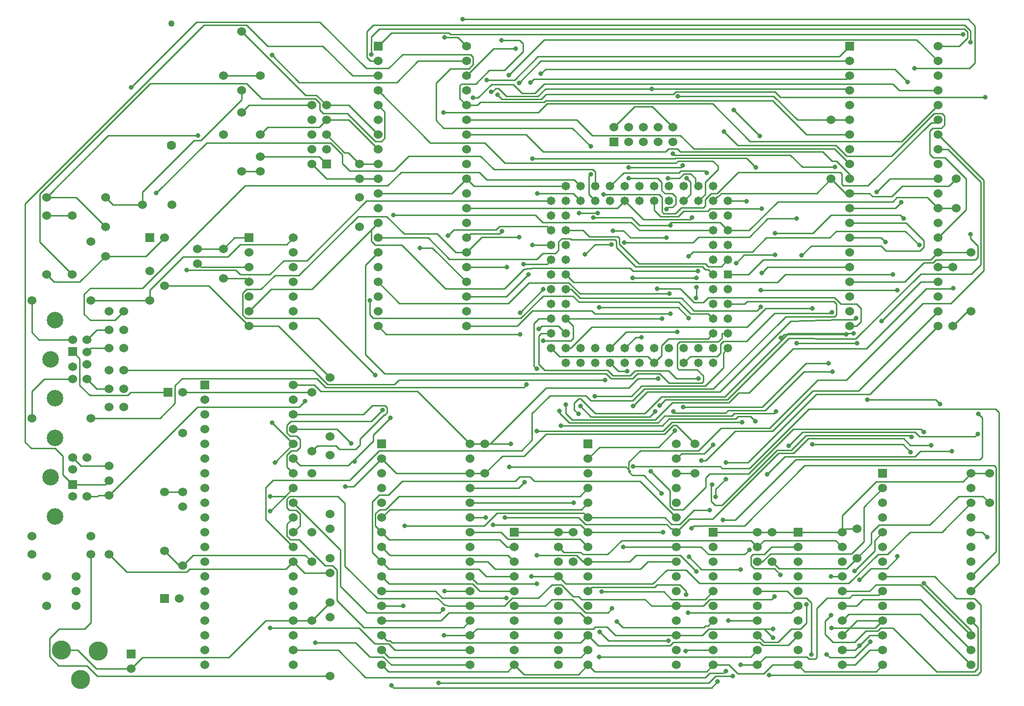
<source format=gbl>
%FSLAX24Y24*%
%MOIN*%
G70*
G01*
G75*
G04 Layer_Physical_Order=2*
G04 Layer_Color=16711680*
%ADD10R,0.0591X0.0276*%
%ADD11R,0.1102X0.0591*%
%ADD12R,0.0591X0.0394*%
%ADD13C,0.0100*%
%ADD14C,0.0433*%
%ADD15C,0.0630*%
%ADD16R,0.0580X0.0580*%
%ADD17C,0.0580*%
%ADD18C,0.0600*%
%ADD19R,0.0600X0.0600*%
%ADD20C,0.1102*%
%ADD21C,0.1299*%
%ADD22R,0.0600X0.0600*%
%ADD23C,0.0315*%
%ADD24C,0.1120*%
D13*
X41255Y14885D02*
X41300Y14840D01*
X41515Y14625D01*
X41071Y15205D02*
X41255Y15021D01*
X41368Y14907D01*
X41255Y15021D02*
Y15515D01*
Y14885D02*
Y15021D01*
X41300Y14840D02*
X41368Y14907D01*
X61775Y38575D02*
X62250D01*
X42835Y40875D02*
X56125D01*
X35615D02*
X42835D01*
X23795Y30515D02*
Y31295D01*
X24250Y31750D01*
X19755Y27255D02*
X23795Y31295D01*
X22495Y15545D02*
X22655D01*
X22575Y15625D02*
X23925Y16975D01*
X22495Y15545D02*
X22575Y15625D01*
X22235Y15285D02*
X22495Y15545D01*
X16935Y13205D02*
X17955D01*
X18500Y13750D01*
X16935Y12185D02*
X17955Y13205D01*
X50450Y4205D02*
X51050D01*
X46700D02*
X50450D01*
X51050Y3605D01*
X44075Y31795D02*
X47455D01*
X56025Y24245D02*
X56525D01*
X52087D02*
X56025D01*
X52036Y24195D02*
X56025D01*
X51835D02*
X52036D01*
X52087Y24245D01*
X51706Y23864D02*
X52036Y24195D01*
X47804Y19962D02*
X51706Y23864D01*
X31840Y16750D02*
X35645Y20555D01*
X31840Y16750D02*
X33270D01*
X31500D02*
X31840D01*
X30500D02*
X31500D01*
X56255Y4255D02*
X56750Y4750D01*
X55750Y3750D02*
X56255Y4255D01*
X58005D01*
X55032D02*
X56255D01*
X56925Y3050D02*
X57625Y3750D01*
X56625Y2750D02*
X56925Y3050D01*
X24500Y5750D02*
X25960D01*
X58990Y34750D02*
X62250D01*
X58105Y33865D02*
X58990Y34750D01*
X49125Y9245D02*
X49445Y9565D01*
X46675Y9245D02*
X49125D01*
X46170Y9750D02*
X46675Y9245D01*
X44500Y9750D02*
X46170D01*
X33500Y5750D02*
X35590D01*
X36045Y6205D01*
X37409D01*
X38319Y5295D01*
X39845D01*
X40135Y5585D01*
X40905Y9750D02*
X44500D01*
X24500Y6750D02*
X28150D01*
X28605Y6295D01*
X32935D01*
X32945Y6305D01*
X44500Y10750D02*
X45402Y11652D01*
X46943D01*
X51418Y16127D01*
X52467D01*
X53468Y17129D01*
X59914D01*
X60370Y16673D01*
X61802D01*
X31150Y6750D02*
X33500D01*
X30645Y7255D02*
X31150Y6750D01*
X24995Y7255D02*
X30645D01*
X24500Y7750D02*
X24995Y7255D01*
X62250Y36750D02*
X62937D01*
X65150Y34537D01*
Y28910D02*
Y34537D01*
X64535Y28295D02*
X65150Y28910D01*
X61075Y28295D02*
X64535D01*
X56665Y23885D02*
X61075Y28295D01*
X55712Y23885D02*
X56665D01*
X52120Y23935D02*
X55712Y23885D01*
X47947Y19762D02*
X52120Y23935D01*
X43745Y19762D02*
X47947D01*
X43355Y19372D02*
X43745Y19762D01*
X42013Y14237D02*
X44500Y11750D01*
X34868Y14237D02*
X42013D01*
X34572Y14533D02*
X34868Y14237D01*
X33848Y14533D02*
X34572D01*
X33552Y14237D02*
X33848Y14533D01*
X25892Y14237D02*
X33552D01*
X24955Y13300D02*
X25892Y14237D01*
X24315Y13300D02*
X24955D01*
X23850Y12835D02*
X24315Y13300D01*
X23850Y9400D02*
Y12835D01*
Y9400D02*
X24500Y8750D01*
X31600Y7750D02*
X33500D01*
X31095Y8255D02*
X31600Y7750D01*
X24995Y8255D02*
X31095D01*
X24500Y8750D02*
X24995Y8255D01*
X33155Y15205D02*
X41071D01*
X41300Y14840D02*
X41515Y14625D01*
X42275D02*
X43495Y13405D01*
X62250Y37750D02*
X65355Y34645D01*
Y28535D02*
Y34645D01*
X63120Y26300D02*
X65355Y28535D01*
X61213Y26300D02*
X63120D01*
X56018Y21105D02*
X61213Y26300D01*
X54094Y21105D02*
X56018D01*
X50824Y17835D02*
X54094Y21105D01*
X47520Y17835D02*
X50824D01*
X45985Y16300D02*
X47520Y17835D01*
X42040Y16300D02*
X45985D01*
X41255Y15515D02*
X42040Y16300D01*
X41515Y14625D02*
X42275D01*
X33045Y9205D02*
X33500Y8750D01*
X25045Y9205D02*
X33045D01*
X24500Y9750D02*
X25045Y9205D01*
X62250Y38575D02*
Y38750D01*
X57495Y34295D02*
X61775Y38575D01*
X55815Y34295D02*
X57495D01*
X55715Y34395D02*
X55815Y34295D01*
X55715Y34395D02*
Y35105D01*
X55615Y35205D02*
X55715Y35105D01*
X48685Y35205D02*
X55615D01*
X47255Y33775D02*
X48685Y35205D01*
X46865Y33775D02*
X47255D01*
X46445Y33355D02*
X46865Y33775D01*
X46445Y32915D02*
Y33355D01*
X46335Y32805D02*
X46445Y32915D01*
X44835Y32805D02*
X46335D01*
X44425Y32395D02*
X44835Y32805D01*
X43637Y32395D02*
X44425D01*
X43517Y32515D02*
X43637Y32395D01*
X43517Y32515D02*
Y33492D01*
X43315Y33695D02*
X43517Y33492D01*
X39555Y33695D02*
X43315D01*
X24500Y10750D02*
X25005Y10245D01*
X32500D01*
X32995Y9750D01*
X33500D01*
X37955Y13205D02*
X38500Y13750D01*
X25645Y13205D02*
X37955D01*
X24740Y12300D02*
X25645Y13205D01*
X24340Y12300D02*
X24740D01*
X24050Y12010D02*
X24340Y12300D01*
X24050Y11200D02*
Y12010D01*
Y11200D02*
X24500Y10750D01*
X59795Y37295D02*
X62250Y39750D01*
X49505Y37295D02*
X59795D01*
X46955Y39845D02*
X49505Y37295D01*
X35722Y39845D02*
X46955D01*
X35132Y39255D02*
X35722Y39845D01*
X28705Y39255D02*
X35132D01*
X59636Y40750D02*
X62250D01*
X59181Y41205D02*
X59636Y40750D01*
X35527Y41205D02*
X59181D01*
X34889Y40567D02*
X35527Y41205D01*
X34015Y40567D02*
X34889D01*
X33420Y41162D02*
X34015Y40567D01*
X31945Y41162D02*
X33420D01*
X31037Y40255D02*
X31945Y41162D01*
X30705Y40255D02*
X31037D01*
X38195Y12055D02*
X38500Y11750D01*
X32315Y12055D02*
X38195D01*
X31465Y11205D02*
X32315Y12055D01*
X26045Y11205D02*
X31465D01*
X45699Y12255D02*
X46745D01*
X44739Y11295D02*
X45699Y12255D01*
X44165Y11295D02*
X44739D01*
X43710Y11750D02*
X44165Y11295D01*
X38500Y11750D02*
X43710D01*
X64985Y18795D02*
X65265Y18515D01*
Y15865D02*
Y18515D01*
X65097Y15697D02*
X65265Y15865D01*
X52587Y15697D02*
X65097D01*
X48474Y11585D02*
X52587Y15697D01*
X47655Y11585D02*
X48474D01*
X30500Y11750D02*
X31550D01*
X32045Y11255D02*
X37995D01*
X38500Y10750D01*
X60795Y44205D02*
X62250Y42750D01*
X35525Y44205D02*
X60795D01*
X33115Y41795D02*
X35525Y44205D01*
X32960Y26750D02*
X34455Y28245D01*
X30250Y26750D02*
X32960D01*
X39425Y6715D02*
X43640D01*
X44153Y6202D01*
X46452D01*
X47000Y6750D01*
X30500Y10750D02*
X32595D01*
X33045Y10300D01*
X37950D01*
X38500Y9750D01*
X38165Y8750D02*
X38500D01*
X37715Y9200D02*
X38165Y8750D01*
X35025Y9200D02*
X37715D01*
X30995Y7255D02*
X35025D01*
X30500Y7750D02*
X30995Y7255D01*
X30250Y28750D02*
X32985D01*
X55555Y43055D02*
X56250Y43750D01*
X31625Y41465D02*
X33515D01*
X35105Y43055D01*
X55555D01*
X25150Y344D02*
X25291Y203D01*
X46873D01*
X47295Y625D01*
X30250Y30750D02*
X30525Y31025D01*
X32485D01*
X32665Y31205D01*
X34583Y41297D02*
X34822Y41535D01*
X56035D01*
X56250Y41750D01*
X30500Y12750D02*
X37535D01*
X45170Y2750D02*
X47000D01*
X45125Y2705D02*
X45170Y2750D01*
X39885Y3405D02*
X43945D01*
X39285Y4005D02*
X39885Y3405D01*
X42835Y40875D02*
X56125D01*
X56250Y40750D01*
X31935Y40675D02*
X32025D01*
X32235Y40885D01*
X32415D01*
X32942Y40357D01*
X35097D01*
X35615Y40875D01*
X41000Y33250D02*
X42255Y31995D01*
X45425D01*
X45555Y32125D01*
X37945Y26955D02*
X44025D01*
X37205Y27695D02*
X37945Y26955D01*
X34473Y27695D02*
X37205D01*
X33073Y26295D02*
X34473Y27695D01*
X25705Y26295D02*
X33073D01*
X24250Y27750D02*
X25705Y26295D01*
X44626Y26015D02*
X45336Y25305D01*
X39245Y26015D02*
X44626D01*
X37875Y32435D02*
X39155D01*
X33875Y25675D02*
X35445Y27245D01*
X24805Y24195D02*
X33875D01*
X24250Y24750D02*
X24805Y24195D01*
X24250Y30750D02*
X27640D01*
X29095Y29295D01*
X35035D01*
X35435Y29695D01*
X36285D01*
X36505Y29915D01*
Y30485D01*
X36715Y30695D01*
X37295D01*
X37368Y30622D01*
X40325D01*
X40432Y30515D01*
Y30080D02*
Y30515D01*
Y30080D02*
X41709Y28802D01*
X46272D01*
X46472Y28602D01*
X46648D01*
X47000Y28250D01*
X18500Y2750D02*
X21550D01*
X23400Y900D01*
X46471D01*
X46753Y1181D01*
X47699D01*
X47850Y1332D01*
X39000Y34250D02*
Y35215D01*
X38833Y35382D02*
X39000Y35215D01*
X32107Y35382D02*
X38833D01*
X31195Y36295D02*
X32107Y35382D01*
X26325Y36295D02*
X31195D01*
X25325Y35295D02*
X26325Y36295D01*
X22315Y35295D02*
X25325D01*
X21820Y35790D02*
X22315Y35295D01*
X21820Y35790D02*
Y36395D01*
X21015Y37200D02*
X21820Y36395D01*
X12611Y37200D02*
X21015D01*
X9205Y33794D02*
X12611Y37200D01*
X7000Y21750D02*
X19864D01*
X20814Y20800D01*
X25365D01*
X25670Y21105D01*
X39665D01*
X38555Y33695D02*
X39000Y33250D01*
X38555Y33695D02*
Y34945D01*
X38685Y35075D01*
X37430Y38200D02*
X38685Y36945D01*
X28700Y38200D02*
X37430D01*
X28185Y38715D02*
X28700Y38200D01*
X28185Y38715D02*
Y41275D01*
X29145Y42235D01*
X30425D01*
X30705Y42515D01*
Y43015D01*
X30515Y43205D02*
X30705Y43015D01*
X25915Y43205D02*
X30515D01*
X24955Y42245D02*
X25915Y43205D01*
X23455Y42245D02*
X24955D01*
X20300Y45400D02*
X23455Y42245D01*
X11920Y45400D02*
X20300D01*
X7485Y40965D02*
X11920Y45400D01*
X11255Y28545D02*
X14605D01*
X14895Y28255D01*
X16905D01*
X17850Y29200D01*
X19420D01*
X23470Y33250D01*
X36000D01*
X41552Y28495D02*
X45965D01*
X41352Y28695D02*
X41552Y28495D01*
X34815Y28695D02*
X41352D01*
X34141Y28623D02*
X34815Y28695D01*
X32814Y27295D02*
X34141Y28623D01*
X28830Y27295D02*
X32814D01*
X25870Y30255D02*
X28830Y27295D01*
X24055Y30255D02*
X25870D01*
X23795Y30515D02*
X24055Y30255D01*
X23795Y31295D02*
X24250Y31750D01*
X17005Y27255D02*
X19755D01*
X15500Y25750D02*
X17005Y27255D01*
X21443Y17750D02*
X22415Y16778D01*
X18500Y17750D02*
X21443D01*
X26970Y42750D02*
X30250D01*
X25515Y41295D02*
X26970Y42750D01*
X18905Y41295D02*
X25515D01*
X17055Y43145D02*
X18905Y41295D01*
X17055Y18195D02*
X18500Y16750D01*
X17245Y15495D02*
X18500Y16750D01*
X24500Y3750D02*
X24850Y3400D01*
X25040D01*
X25185Y3255D01*
X38005D01*
X38500Y3750D01*
X23925Y16975D02*
Y17357D01*
X25105Y18537D01*
X30250Y41750D02*
X32095Y43595D01*
X33585D01*
X35295Y41885D02*
X35615Y42205D01*
X59315D01*
X60205Y41315D01*
X59340Y32750D02*
X59765Y33175D01*
X56250Y32750D02*
X59340D01*
X22235Y15285D02*
X22495Y15545D01*
X18965Y15285D02*
X22235D01*
X18500Y15750D02*
X18965Y15285D01*
X23805Y18295D02*
X24555Y19045D01*
X18315Y18295D02*
X23805D01*
X18050Y18030D02*
X18315Y18295D01*
X18050Y17515D02*
Y18030D01*
Y17515D02*
X18270Y17295D01*
X18715D01*
X18955Y17055D01*
Y16515D02*
Y17055D01*
X18735Y16295D02*
X18955Y16515D01*
X18355Y16295D02*
X18735D01*
X18050Y15990D02*
X18355Y16295D01*
X18050Y15200D02*
Y15990D01*
Y15200D02*
X18500Y14750D01*
X19995Y3255D02*
X22715D01*
X23675Y2295D01*
X24605D01*
X25150Y1750D01*
X30500D01*
X45285Y5295D02*
X52295D01*
X52750Y5750D01*
X16935Y4255D02*
X22955D01*
X24010Y3200D01*
X24955D01*
X25405Y2750D01*
X30500D01*
X29795Y40205D02*
X30250Y39750D01*
X29795Y40205D02*
Y41085D01*
X29915Y41205D01*
X30897D01*
X31806Y42114D01*
X32824D01*
X34095Y43385D01*
Y43925D01*
X33845Y44175D02*
X34095Y43925D01*
X32635Y44175D02*
X33845D01*
X17955Y13205D02*
X18500Y13750D01*
X55212Y36788D02*
X56250Y35750D01*
X45679Y36788D02*
X55212D01*
X44767Y37700D02*
X45679Y36788D01*
X38780Y37700D02*
X44767D01*
X37730Y38750D02*
X38780Y37700D01*
X30250Y38750D02*
X37730D01*
X46700Y4205D02*
X50450D01*
X46245Y3750D02*
X46700Y4205D01*
X44500Y3750D02*
X46245D01*
X30045Y4295D02*
X30500Y4750D01*
X23295Y4295D02*
X30045D01*
X21461Y6129D02*
X23295Y4295D01*
X21461Y6129D02*
Y8199D01*
X21155Y8505D02*
X21461Y8199D01*
X20665Y8505D02*
X21155D01*
X18905Y10265D02*
X20665Y8505D01*
X18300Y10265D02*
X18905D01*
X18050Y10515D02*
X18300Y10265D01*
X18050Y10515D02*
Y11300D01*
X18500Y11750D01*
X29040Y5750D02*
X30500D01*
X28740Y5820D02*
X29040Y5750D01*
X28305Y6255D02*
X28740Y5820D01*
X24215Y6255D02*
X28305D01*
X21995Y8475D02*
X24215Y6255D01*
X21995Y8475D02*
Y12725D01*
X21515Y13205D02*
X21995Y12725D01*
X18245Y13205D02*
X21515D01*
X18050Y13010D02*
X18245Y13205D01*
X18050Y12440D02*
Y13010D01*
Y12440D02*
X18235Y12255D01*
X18695D01*
X18950Y12000D01*
Y11200D02*
Y12000D01*
X18500Y10750D02*
X18950Y11200D01*
X56250Y31750D02*
X60101D01*
X61295Y30556D01*
Y30115D02*
Y30556D01*
X61025Y29845D02*
X61295Y30115D01*
X58730Y29845D02*
X61025D01*
X58375Y30200D02*
X58730Y29845D01*
X53640Y30200D02*
X58375D01*
X52995Y29555D02*
X53640Y30200D01*
X48000Y31250D02*
X49435D01*
X51390Y33205D01*
X59176D01*
X59453Y33482D01*
X61518D01*
X62250Y32750D01*
X38845Y32125D02*
X41465D01*
X41985Y31605D01*
X44075D01*
X47455Y31795D02*
X48000Y31250D01*
X44075Y31605D02*
Y31795D01*
X20995Y6000D02*
X21000D01*
X19750Y4755D02*
X20995Y6000D01*
X19750Y4750D02*
Y4755D01*
X56750Y9000D02*
X57735Y9985D01*
Y10715D01*
X58265Y11245D01*
X61705D01*
X63665Y13205D01*
X65295D01*
X65750Y12750D01*
X52750Y1750D02*
X53205Y1295D01*
X58045D01*
X58500Y1750D01*
X33045Y1295D02*
X33500Y1750D01*
X24955Y1295D02*
X33045D01*
X24500Y1750D02*
X24955Y1295D01*
X15500Y39750D02*
X19750D01*
X15000Y39250D02*
X15500Y39750D01*
X25500Y14750D02*
X30500D01*
X24500Y15750D02*
X25500Y14750D01*
X16620Y4750D02*
X18500D01*
X14125Y2255D02*
X16620Y4750D01*
X8255Y2255D02*
X14125D01*
X7500Y1500D02*
X8255Y2255D01*
X22035Y13845D02*
X22595D01*
X24500Y15750D01*
X17500Y24750D02*
X21000Y21250D01*
X15500Y24750D02*
X17500D01*
X12750Y27500D02*
X15500Y24750D01*
X9750Y27500D02*
X12750D01*
X4005Y27755D02*
X5750Y29500D01*
X2245Y27755D02*
X4005D01*
X1750Y28250D02*
X2245Y27755D01*
X2855Y14645D02*
X3510Y13990D01*
X2855Y14645D02*
Y15915D01*
X2325Y16445D02*
X2855Y15915D01*
X715Y16445D02*
X2325D01*
X295Y16865D02*
X715Y16445D01*
X295Y16865D02*
Y33075D01*
X12420Y45200D01*
X15315D01*
X16740Y43775D01*
X20495D01*
X22520Y41750D01*
X24250D01*
X3510Y13990D02*
X5740D01*
X6000Y14250D01*
X47711Y37949D02*
X48645Y37015D01*
X55336D01*
X56056Y36295D01*
X59095D01*
X62005Y39205D01*
X62515D01*
X62705Y39015D01*
Y38415D02*
Y39015D01*
X62490Y38200D02*
X62705Y38415D01*
X61897Y38200D02*
X62490D01*
X61697Y38000D02*
X61897Y38200D01*
X61697Y36418D02*
Y38000D01*
Y36418D02*
X61915Y36200D01*
X62730D01*
X64155Y34775D01*
Y32655D02*
Y34775D01*
X62250Y30750D02*
X64155Y32655D01*
X22250Y39750D02*
X24250Y37750D01*
X20750Y39750D02*
X22250D01*
X16250Y36250D02*
X20250D01*
X20750Y35750D01*
X8250Y33000D02*
Y33850D01*
X11757Y37357D01*
X12215D01*
X15000Y40142D01*
Y40750D01*
X6250Y33000D02*
X8250D01*
X5750Y33500D02*
X6250Y33000D01*
X14500Y30750D02*
X15500D01*
X13750Y30000D02*
X14500Y30750D01*
X12250Y28750D02*
X15500D01*
X12000Y29000D02*
X12250Y28750D01*
X13750Y28000D02*
X15250D01*
X15500Y27750D01*
X1750Y33500D02*
X3750D01*
X5750Y31500D01*
X5150Y24500D02*
X6000D01*
X4490Y23840D02*
X5150Y24500D01*
X4750Y23250D02*
X6000D01*
X4500Y23000D02*
X4750Y23250D01*
X5150Y20500D02*
X6000D01*
X4490Y21160D02*
X5150Y20500D01*
X43274Y16533D02*
X44395Y17655D01*
X39283Y16533D02*
X43274D01*
X38500Y15750D02*
X39283Y16533D01*
X48000Y33250D02*
X49230D01*
X49255Y33225D01*
X57625Y20125D02*
X62250Y24750D01*
X53980Y20125D02*
X57625D01*
X49358Y15502D02*
X53980Y20125D01*
X47845Y15502D02*
X49358D01*
X30500Y8750D02*
X31690D01*
X32185Y8255D01*
X42060D01*
X42555Y8750D01*
X44500D01*
X28995Y30895D02*
X29395Y31295D01*
X32261D01*
X32483Y31517D01*
X35733D01*
X36000Y31250D01*
X28760Y6750D02*
X30500D01*
X28755Y6755D02*
X28760Y6750D01*
X28355Y515D02*
X46699D01*
X47166Y981D01*
X48337D01*
X29152Y44575D02*
X63955D01*
X29065Y44662D02*
X29152Y44575D01*
X25162Y44662D02*
X29065D01*
X24250Y43750D02*
X25162Y44662D01*
X20750Y38750D02*
X22250D01*
X24250Y36750D01*
X20255Y38255D02*
X20750Y38750D01*
X16755Y38255D02*
X20255D01*
X16250Y37750D02*
X16755Y38255D01*
X24250Y39750D02*
X24705Y39295D01*
Y37515D02*
Y39295D01*
X24485Y37295D02*
X24705Y37515D01*
X24065Y37295D02*
X24485D01*
X22160Y39200D02*
X24065Y37295D01*
X20515Y39200D02*
X22160D01*
X20295Y39420D02*
X20515Y39200D01*
X20295Y39420D02*
Y39905D01*
X19995Y40205D02*
X20295Y39905D01*
X16345Y40205D02*
X19995D01*
X15325Y41225D02*
X16345Y40205D01*
X8785Y41225D02*
X15325D01*
X1295Y33735D02*
X8785Y41225D01*
X1295Y30455D02*
Y33735D01*
Y30455D02*
X3500Y28250D01*
X5190Y1000D02*
X21000D01*
X4485Y1705D02*
X5190Y1000D01*
X2555Y1705D02*
X4485D01*
X1945Y2315D02*
X2555Y1705D01*
X1945Y2315D02*
Y3545D01*
X2600Y4200D01*
X4315D01*
X4750Y4635D01*
Y9250D01*
X38965Y25595D02*
X44105D01*
X38755Y25805D02*
X38965Y25595D01*
X34730Y25805D02*
X38755D01*
X33675Y24750D02*
X34730Y25805D01*
X30250Y24750D02*
X33675D01*
X64500Y7750D02*
X66205Y9455D01*
Y15145D01*
X66055Y15295D02*
X66205Y15145D01*
X53205Y15295D02*
X66055D01*
X49115Y11205D02*
X53205Y15295D01*
X45705Y11205D02*
X49115D01*
X45535Y11035D02*
X45705Y11205D01*
X42695Y18605D02*
X43065Y18975D01*
X38705Y18605D02*
X42695D01*
X38000Y19310D02*
X38705Y18605D01*
X64767Y17247D02*
X64955Y17435D01*
X60987Y17247D02*
X64767D01*
X60689Y17546D02*
X60987Y17247D01*
X53046Y17546D02*
X60689D01*
X52135Y16635D02*
X53046Y17546D01*
X51108Y18815D02*
X51255Y18962D01*
X48437Y18815D02*
X51108D01*
X48270Y18647D02*
X48437Y18815D01*
X43687Y18647D02*
X48270D01*
X43243Y18203D02*
X43687Y18647D01*
X37212Y18203D02*
X43243D01*
X36555Y18860D02*
X37212Y18203D01*
X36555Y18860D02*
Y18995D01*
X36495Y24755D02*
X37000Y24250D01*
X35345Y24755D02*
X36495D01*
X35145Y24555D02*
X35345Y24755D01*
X64500Y10750D02*
X65270D01*
X65605Y10415D01*
X37000Y25250D02*
X43517D01*
X62525Y10775D02*
X64500Y12750D01*
X60347Y10775D02*
X62525D01*
X58837Y9265D02*
X60347Y10775D01*
X58175Y9265D02*
X58837D01*
X56205Y7295D02*
X58175Y9265D01*
X46065Y7295D02*
X56205D01*
X45155Y8205D02*
X46065Y7295D01*
X43845Y8205D02*
X45155D01*
X42895Y7255D02*
X43845Y8205D01*
X36995Y7255D02*
X42895D01*
X36500Y7750D02*
X36995Y7255D01*
X51605Y23965D02*
X51835Y24195D01*
X48375Y39435D02*
X50155Y37655D01*
X44775Y35515D02*
X44915Y35655D01*
X41245Y35515D02*
X44775D01*
X41245Y34795D02*
X43225D01*
X43505Y34515D01*
Y33955D02*
Y34515D01*
Y33955D02*
X43715Y33745D01*
X44215D01*
X44445Y33515D01*
Y33035D02*
Y33515D01*
X44220Y32810D02*
X44445Y33035D01*
X43930Y32810D02*
X44220D01*
X43825Y32705D02*
X43930Y32810D01*
X41375Y30745D02*
X43825D01*
X40905Y31215D02*
X41375Y30745D01*
X40205Y31215D02*
X40905D01*
X38975Y30305D02*
X40085D01*
X38305Y29635D02*
X38975Y30305D01*
X37568Y19062D02*
X37845Y18785D01*
X37568Y19062D02*
Y19515D01*
X37871Y19818D01*
X38002D01*
X38983Y18837D01*
X42372D01*
X43497Y19962D01*
X47804D01*
X34735Y30250D02*
X36000D01*
X34735Y36135D02*
X44374D01*
X44410Y36171D01*
X49259D01*
X49905Y35525D01*
X44180Y18225D02*
X48945D01*
X43590Y17635D02*
X44180Y18225D01*
X35015Y17635D02*
X43590D01*
X34835Y22025D02*
X35015Y21845D01*
X34835Y22025D02*
Y24915D01*
X35170Y25250D01*
X36000D01*
X50000Y3750D02*
X50453Y3297D01*
X51387D01*
X52295Y4205D01*
X52915D01*
X53315Y4605D01*
Y5855D01*
X53735Y16715D02*
X59885D01*
X60395Y16205D01*
X37000Y23250D02*
X37315D01*
X38760Y24695D01*
X49305D01*
X50555Y25945D01*
X53725D01*
X39265Y2295D02*
X49545D01*
X50000Y2750D01*
X50785Y1065D02*
X64915D01*
X65150Y1300D01*
Y5820D01*
X64715Y6255D02*
X65150Y5820D01*
X63505Y6255D02*
X64715D01*
X62010Y7750D02*
X63505Y6255D01*
X58500Y7750D02*
X62010D01*
X40000Y22250D02*
X40545Y21705D01*
X41155D01*
X45355Y9085D02*
X46205Y8235D01*
X48845D01*
Y1755D02*
X48850Y1750D01*
X50000D01*
X46845Y13935D02*
X46915Y14005D01*
X46845Y12855D02*
Y13935D01*
Y12855D02*
X47115Y12585D01*
X47591D01*
X51334Y16327D01*
X52298D01*
X53299Y17329D01*
X60361D01*
X60455Y17235D01*
X8750Y26500D02*
Y27185D01*
X11020Y29455D01*
X14045D01*
X14885Y30295D01*
X18045D01*
X18500Y30750D01*
X4080Y15250D02*
X6000D01*
X3510Y15820D02*
X4080Y15250D01*
X18005Y8255D02*
X18500Y8750D01*
X11455Y8255D02*
X18005D01*
X11245Y8045D02*
X11455Y8255D01*
X7205Y8045D02*
X11245D01*
X6000Y9250D02*
X7205Y8045D01*
X41890Y21180D02*
X43260D01*
X41265Y20555D02*
X41890Y21180D01*
X35645Y20555D02*
X41265D01*
X40000Y34250D02*
X40925Y35175D01*
X44663D01*
X44793Y35305D01*
X46425D01*
X46555Y35175D01*
X64250Y25750D02*
X64500D01*
X63250Y24750D02*
X64250Y25750D01*
X47000Y33250D02*
X47305Y33555D01*
X47335D01*
X47545Y33765D01*
X54015D01*
X55000Y34750D01*
X55750Y10750D02*
Y11895D01*
X58055Y14200D01*
X63950D01*
X64500Y14750D01*
X47552Y28802D02*
X48000Y29250D01*
X46672Y28802D02*
X47552D01*
X46472Y29002D02*
X46672Y28802D01*
X41945Y29002D02*
X46472D01*
X40632Y30315D02*
X41945Y29002D01*
X40632Y30315D02*
Y30715D01*
X40526Y30822D02*
X40632Y30715D01*
X38578Y30822D02*
X40526D01*
X38150Y31250D02*
X38578Y30822D01*
X37000Y31250D02*
X38150D01*
X56000Y11000D02*
X56750D01*
X55750Y10750D02*
X56000Y11000D01*
X44965Y19255D02*
X50323D01*
X53291Y22222D01*
X54820D01*
X58005Y4255D02*
X58500Y4750D01*
X56750D02*
X58500D01*
X55750Y2750D02*
X56625D01*
X56925Y3050D01*
Y7515D02*
X57705Y8295D01*
X58785D01*
X59505Y9015D01*
Y9125D01*
X59695Y32295D02*
X59915Y32075D01*
X54975Y32295D02*
X59695D01*
X53745Y31065D02*
X54975Y32295D01*
X51185Y31065D02*
X53745D01*
X49105Y29585D02*
X51185D01*
X48545Y29025D02*
X49105Y29585D01*
X45835Y26665D02*
X45865Y26695D01*
Y27405D01*
X41515Y28025D02*
X45865D01*
X54965Y25630D02*
X55040Y25705D01*
X51141Y25630D02*
X54965D01*
X49252Y23740D02*
X51141Y25630D01*
X47685Y23740D02*
X49252D01*
X47475Y23530D02*
X47685Y23740D01*
X47475Y22915D02*
Y23530D01*
X47255Y22695D02*
X47475Y22915D01*
X45445Y22695D02*
X47255D01*
X45000Y22250D02*
X45445Y22695D01*
X60035Y31205D02*
X60985Y30255D01*
X55345Y31205D02*
X60035D01*
X54895Y30755D02*
X55345Y31205D01*
X50605Y30755D02*
X54895D01*
X49655Y29805D02*
X50605Y30755D01*
X45635Y29805D02*
X49655D01*
X45335Y29505D02*
X45635Y29805D01*
X41095Y24345D02*
X44545D01*
X40000Y23250D02*
X41095Y24345D01*
X62095Y19745D02*
X62385Y19455D01*
X57465Y19745D02*
X62095D01*
X52645Y23585D02*
X56745D01*
X50695Y32055D02*
X52645D01*
X49445Y30805D02*
X50695Y32055D01*
X46005Y30805D02*
X49445D01*
X45635Y30435D02*
X46005Y30805D01*
X40955Y30435D02*
X45635D01*
X41745Y23995D02*
X42135D01*
X41000Y23250D02*
X41745Y23995D01*
X61050Y6200D02*
X64500Y2750D01*
X57162Y6200D02*
X61050D01*
X56712Y5750D02*
X57162Y6200D01*
X55750Y5750D02*
X56712D01*
X64500Y3750D02*
Y4090D01*
X61295Y7295D02*
X64500Y4090D01*
X61095Y17755D02*
X61295Y17555D01*
X52426Y17755D02*
X61095D01*
X49386Y14715D02*
X52426Y17755D01*
X46748Y14715D02*
X49386D01*
X46500Y14467D02*
X46748Y14715D01*
X46500Y13840D02*
Y14467D01*
X44955Y12295D02*
X46500Y13840D01*
X44285Y12295D02*
X44955D01*
X44045Y12535D02*
X44285Y12295D01*
X44045Y12535D02*
Y13605D01*
X42745Y14905D02*
X44045Y13605D01*
X61050Y7200D02*
X64500Y3750D01*
X58050Y7200D02*
X61050D01*
X57600Y6750D02*
X58050Y7200D01*
X55750Y6750D02*
X57600D01*
X54985Y7755D02*
X54990Y7750D01*
X53167Y21671D02*
X55081D01*
X50511Y19015D02*
X53167Y21671D01*
X48000Y19015D02*
X50511D01*
X47850Y18865D02*
X48000Y19015D01*
X44365Y18865D02*
X47850D01*
X44275Y18955D02*
X44365Y18865D01*
X64500Y4750D02*
X64950Y4300D01*
Y1515D02*
Y4300D01*
X64735Y1300D02*
X64950Y1515D01*
X62140Y1300D02*
X64735D01*
X59185Y4255D02*
X62140Y1300D01*
X58365Y4255D02*
X59185D01*
X58165Y4055D02*
X58365Y4255D01*
X57355Y4055D02*
X58165D01*
X56595Y3295D02*
X57355Y4055D01*
X55115Y3295D02*
X56595D01*
X54585Y3825D02*
X55115Y3295D01*
X54585Y3825D02*
Y4725D01*
X54985Y5125D01*
X54990Y7750D02*
X55750D01*
X56605Y25205D02*
X56705Y25305D01*
X55555Y25205D02*
X56605D01*
X52252Y25097D02*
X55555Y25205D01*
X47442Y20287D02*
X52252Y25097D01*
X42527Y20287D02*
X47442D01*
X41555Y19315D02*
X42527Y20287D01*
X41565Y15215D02*
X47475D01*
X47585Y15105D01*
X49455D01*
X53475Y19125D01*
X66165D01*
X66405Y18885D01*
Y8655D02*
Y18885D01*
X64500Y6750D02*
X66405Y8655D01*
X35715Y28965D02*
X36000Y29250D01*
X34135Y28965D02*
X35715D01*
X32355Y40455D02*
X32652Y40157D01*
X35322D01*
X35646Y40481D01*
X44283D01*
X44469Y40667D01*
X51193D01*
X51565Y40295D01*
X65465D01*
X61080Y27750D02*
X62250D01*
X58415Y25085D02*
X61080Y27750D01*
X45175Y34795D02*
X45445Y34525D01*
Y33695D02*
Y34525D01*
X45000Y33250D02*
X45445Y33695D01*
X6405Y25155D02*
X7000Y25750D01*
X4715Y25155D02*
X6405D01*
X4295Y25575D02*
X4715Y25155D01*
X4295Y25575D02*
Y26915D01*
X4715Y27335D01*
X8272D01*
X15232Y34295D01*
X24905D01*
X25815Y35205D01*
X31125D01*
X31635Y34695D01*
X37555D01*
X38000Y34250D01*
X2750Y2750D02*
X3870D01*
X5120Y1500D01*
X7500D01*
X1750Y33500D02*
X5935Y37685D01*
X12035D01*
X20063Y40437D02*
X20750Y39750D01*
X19313Y40437D02*
X20063D01*
X15000Y44750D02*
X19313Y40437D01*
X56865Y20365D02*
X62250Y25750D01*
X53766Y20365D02*
X56865D01*
X51032Y17631D02*
X53766Y20365D01*
X48501Y17631D02*
X51032D01*
X46505Y15635D02*
X48501Y17631D01*
X46205Y15635D02*
X46505D01*
X25295Y32295D02*
X34935D01*
X35425Y31805D01*
X41430D01*
X41985Y31250D01*
X47000D01*
X61050Y5200D02*
X64500Y1750D01*
X56200Y5200D02*
X61050D01*
X55750Y4750D02*
X56200Y5200D01*
X49545Y10205D02*
X50000Y9750D01*
X40785Y10205D02*
X49545D01*
X39825Y9245D02*
X40785Y10205D01*
X38150Y9245D02*
X39825D01*
X37995Y9400D02*
X38150Y9245D01*
X36850Y9400D02*
X37995D01*
X36500Y9750D02*
X36850Y9400D01*
X50000Y1750D02*
X50545Y2295D01*
X53361D01*
X53503Y2153D01*
X53915D01*
X54025Y2263D01*
Y5605D01*
X54715Y6295D01*
X56245D01*
X56435Y6485D01*
X58235D01*
X58500Y6750D01*
X35315Y24250D02*
X36000D01*
X35145Y24080D02*
X35315Y24250D01*
X35145Y22175D02*
Y24080D01*
Y22175D02*
X35545Y21775D01*
X39815D01*
X40192Y21397D01*
X41347D01*
X41685Y21735D01*
X43945D01*
X44485Y21195D01*
X45995D01*
X48025Y4755D02*
X48030Y4750D01*
X50000D01*
X57225Y12475D02*
X58500Y13750D01*
X57225Y10125D02*
Y12475D01*
X56400Y9300D02*
X57225Y10125D01*
X50885Y9300D02*
X56400D01*
X50335Y8750D02*
X50885Y9300D01*
X50000Y8750D02*
X50335D01*
X61060Y16255D02*
X63205D01*
X60702Y15897D02*
X61060Y16255D01*
X51867Y15897D02*
X60702D01*
X50655Y14685D02*
X51867Y15897D01*
X49525Y18615D02*
X49855Y18285D01*
X48683Y18615D02*
X49525D01*
X48515Y18447D02*
X48683Y18615D01*
X44002Y18447D02*
X48515D01*
X43549Y17994D02*
X44002Y18447D01*
X36655Y17994D02*
X43549D01*
X48000Y28250D02*
X49387D01*
X50385Y29247D01*
X53295D01*
X53302Y29255D01*
X61755D01*
X62250Y29750D01*
X37495Y33755D02*
X38000Y33250D01*
X35055Y33755D02*
X37495D01*
X33790Y13750D02*
X34195Y14155D01*
X30500Y13750D02*
X33790D01*
X50680Y28750D02*
X56250D01*
X50285Y28355D02*
X50680Y28750D01*
X46795Y32725D02*
X50285D01*
X46639Y32569D02*
X46795Y32725D01*
X44999Y32569D02*
X46639D01*
X44625Y32195D02*
X44999Y32569D01*
X43437Y32195D02*
X44625D01*
X43000Y32632D02*
X43437Y32195D01*
X43000Y32632D02*
Y33250D01*
X38500Y1750D02*
X38955Y1295D01*
X46545D01*
X47000Y1750D01*
X30250Y34750D02*
X30750Y34250D01*
X37000D01*
X44500Y5750D02*
X46315D01*
X46770Y6205D01*
X50965D01*
X51165Y6405D01*
X51155Y8285D02*
X51565Y7875D01*
X49775Y8285D02*
X51155D01*
X49545Y8515D02*
X49775Y8285D01*
X49545Y8515D02*
Y9115D01*
X49695Y9265D01*
X50455D01*
X50940Y9750D01*
X52750D01*
X24500Y2750D02*
X24975Y2275D01*
X38025D01*
X38500Y2750D01*
X24250Y40750D02*
X27795Y37205D01*
X31485D01*
X32867Y35823D01*
X44462D01*
X44610Y35971D01*
X46969D01*
X47315Y35625D01*
Y35405D02*
Y35625D01*
X46450Y34540D02*
X47315Y35405D01*
X46450Y33700D02*
Y34540D01*
X46000Y33250D02*
X46450Y33700D01*
X38500Y8750D02*
X41310D01*
X41765Y9205D01*
X44755D01*
X45865Y8095D01*
X23695Y25515D02*
Y26505D01*
Y25515D02*
X23915Y25295D01*
X33932D01*
X35442Y26805D01*
X37462D01*
X37875Y26392D01*
X44658D01*
X45445Y25605D01*
X46645D01*
X47000Y25250D01*
X19750Y16250D02*
X20135Y16635D01*
X21381D01*
X21621Y16395D01*
X22715D01*
X23015Y16695D01*
Y17095D01*
X24655Y18735D01*
X24715D01*
X24862Y18882D01*
Y19215D01*
X24722Y19355D02*
X24862Y19215D01*
X23865Y19355D02*
X24722D01*
X23260Y18750D02*
X23865Y19355D01*
X18500Y18750D02*
X23260D01*
X16625Y11625D02*
X18500Y9750D01*
X16625Y11625D02*
Y13805D01*
X17115Y14295D01*
X22315D01*
X24315Y16295D01*
X33985D01*
X34705Y17015D01*
Y18815D01*
X35915Y20025D01*
X38345D01*
X38675Y19695D01*
X41535D01*
X42327Y20487D01*
X47005D01*
X51915Y25397D01*
X55237D01*
X55355Y25515D01*
Y26255D01*
X55185Y26425D02*
X55355Y26255D01*
X49305Y26425D02*
X55185D01*
X49130Y26250D02*
X49305Y26425D01*
X48000Y26250D02*
X49130D01*
X30500Y5750D02*
X32825D01*
X33370Y6295D01*
X35135D01*
X36045Y7205D01*
X36688D01*
X37488Y6405D01*
X37860D01*
X38060Y6205D01*
X42355D01*
X42810Y5750D01*
X44500D01*
X24500Y4750D02*
X28514D01*
X29059Y5295D01*
X37955D01*
X38500Y4750D01*
X18500Y12750D02*
X21705Y9545D01*
Y7095D02*
Y9545D01*
Y7095D02*
X23505Y5295D01*
X28445D01*
X28665Y5515D01*
X28715Y3750D02*
X30500D01*
X47155Y13685D02*
X47845Y14375D01*
X47155Y13155D02*
Y13685D01*
X38500Y10750D02*
X43580D01*
X51020Y1750D02*
X52750D01*
X50435Y1165D02*
X51020Y1750D01*
X48645Y1165D02*
X50435D01*
X48060Y1750D02*
X48645Y1165D01*
X47000Y1750D02*
X48060D01*
X37000Y18815D02*
Y19440D01*
Y18815D02*
X37412Y18403D01*
X43065D01*
X44225Y19562D01*
X48049D01*
X48715Y20229D01*
X49415D01*
X52421Y23235D01*
X57400D01*
X61465Y27300D01*
X63290D01*
X63305Y27315D01*
X23385Y28885D02*
X24250Y29750D01*
X23385Y22825D02*
Y28885D01*
Y22825D02*
X24677Y21532D01*
X39725D01*
X40063Y21195D01*
X41532D01*
X41869Y21532D01*
X43357D01*
X44002Y20887D01*
X46215D01*
X46315Y20987D01*
Y21387D01*
X45897Y21805D02*
X46315Y21387D01*
X44665Y21805D02*
X45897D01*
X44555Y21915D02*
X44665Y21805D01*
X44555Y21915D02*
Y23530D01*
X44715Y23690D01*
X47335D01*
X47585Y23940D01*
Y24250D01*
X48000D01*
X47684Y22934D02*
X48000Y23250D01*
X47684Y21914D02*
Y22934D01*
X46457Y20687D02*
X47684Y21914D01*
X42133Y20687D02*
X46457D01*
X41450Y20005D02*
X42133Y20687D01*
X38955Y20005D02*
X41450D01*
X37000Y27250D02*
X37360D01*
X37965Y26645D01*
X44840D01*
X45680Y25805D01*
X49955D01*
X50215Y26065D01*
Y27205D02*
X59505D01*
X46650Y4400D02*
X47000Y4750D01*
X46450Y4400D02*
X46650D01*
X46350Y4300D02*
X46450Y4400D01*
X40860Y4300D02*
X46350D01*
X40460Y4700D02*
X40860Y4300D01*
X50000Y6750D02*
X52027D01*
X52482Y6295D01*
X53315D01*
X53665Y5945D01*
Y2465D02*
Y5945D01*
X54705Y2465D02*
X54915Y2255D01*
X56575D01*
X57645Y3325D01*
X51905Y28255D02*
X59195D01*
X51367Y27717D02*
X51905Y28255D01*
X37533Y27717D02*
X51367D01*
X37000Y28250D02*
X37533Y27717D01*
X43195Y27295D02*
X44747D01*
X45685Y26357D01*
X46315D01*
X46655Y26697D01*
X55212D01*
X55665Y26245D01*
X56715D01*
X57015Y25945D01*
Y25050D02*
Y25945D01*
X56715Y24750D02*
X57015Y25050D01*
X56250Y24750D02*
X56715D01*
X56250Y34750D02*
Y35061D01*
X55356Y35955D02*
X56250Y35061D01*
X55045Y35955D02*
X55356D01*
X54412Y36588D02*
X55045Y35955D01*
X44761Y36588D02*
X54412D01*
X44567Y36782D02*
X44761Y36588D01*
X43952Y36782D02*
X44567D01*
X43757Y36588D02*
X43952Y36782D01*
X35442Y36588D02*
X43757D01*
X34280Y37750D02*
X35442Y36588D01*
X30250Y37750D02*
X34280D01*
X45774Y34476D02*
X46000Y34250D01*
X45774Y34476D02*
Y34795D01*
X45464Y35105D02*
X45774Y34795D01*
X45015Y35105D02*
X45464D01*
X44705Y34795D02*
X45015Y35105D01*
X43925Y34795D02*
X44705D01*
X53045Y35545D02*
X55265D01*
X52219Y36371D02*
X53045Y35545D01*
X44363Y36371D02*
X52219D01*
X44259Y36475D02*
X44363Y36371D01*
X29645Y44355D02*
X30250Y43750D01*
X28755Y44355D02*
X29645D01*
X29985Y45585D02*
X64315D01*
X64765Y45135D01*
Y42625D02*
Y45135D01*
X64395Y42255D02*
X64765Y42625D01*
X60645Y42255D02*
X64395D01*
X58390Y30750D02*
X58685Y30455D01*
X56250Y30750D02*
X58390D01*
X30250Y29750D02*
X31295Y30795D01*
X33825D01*
Y41275D02*
X35300Y42750D01*
X56250D01*
X30250Y39750D02*
X30988D01*
X31195Y39957D01*
X35522D01*
X35612Y40047D01*
X51012D01*
X53310Y37750D01*
X56250D01*
X63005Y34255D02*
X63500Y34750D01*
X59818Y34255D02*
X63005D01*
X59120Y33557D02*
X59818Y34255D01*
X57800Y33557D02*
X59120D01*
X57607Y33750D02*
X57800Y33557D01*
X56250Y33750D02*
X57607D01*
X30250Y32750D02*
X40500D01*
X41000Y33250D01*
X34645Y7750D02*
X36500D01*
X34140Y20600D02*
X34335Y20795D01*
X20701Y20600D02*
X34140D01*
X20096Y21205D02*
X20701Y20600D01*
X10945Y21205D02*
X20096D01*
X10455Y20715D02*
X10945Y21205D01*
X10455Y19515D02*
Y20715D01*
X9440Y18500D02*
X10455Y19515D01*
X4750Y18500D02*
X9440D01*
X57625Y3750D02*
X58500D01*
X38500D02*
X39195Y3055D01*
X44045D01*
X44285Y3295D01*
X50145D01*
X50343Y3097D01*
X52097D01*
X52750Y3750D01*
X57955Y10205D02*
X58500Y10750D01*
X57955Y9485D02*
Y10205D01*
X56605Y8135D02*
X57955Y9485D01*
X57625Y2750D02*
X58500D01*
X56625Y1750D02*
X57625Y2750D01*
X55750Y1750D02*
X56625D01*
X36000Y23250D02*
X36555Y22695D01*
X42555D01*
X43000Y22250D01*
X35455Y23755D02*
X37315D01*
X37490Y23930D01*
Y24760D01*
X37000Y25250D02*
X37490Y24760D01*
X23715Y42750D02*
X24250D01*
X23485Y42980D02*
X23715Y42750D01*
X23485Y42980D02*
Y44775D01*
X23915Y45205D01*
X64058D01*
X64465Y44798D01*
Y44035D02*
Y44798D01*
X64455Y44025D02*
X64465Y44035D01*
X64455Y30695D02*
Y30985D01*
Y30695D02*
X64950Y30200D01*
Y29430D02*
Y30200D01*
X64775Y29255D02*
X64950Y29430D01*
X62115Y29255D02*
X64775D01*
X61915Y29055D02*
X62115Y29255D01*
X61285Y29055D02*
X61915D01*
X59980Y27750D02*
X61285Y29055D01*
X56250Y27750D02*
X59980D01*
X46640Y23890D02*
X47000Y24250D01*
X43970Y23890D02*
X46640D01*
X43505Y23425D02*
X43970Y23890D01*
X43505Y22755D02*
Y23425D01*
X43000Y22250D02*
X43505Y22755D01*
X44500Y15750D02*
X44850Y16100D01*
X46400D01*
X47000Y16700D01*
X31500Y14750D02*
X32675Y15925D01*
X34155D01*
X35665Y17435D01*
X43685D01*
X44275Y18025D01*
X44475D01*
X45750Y16750D01*
X56050Y8300D02*
X56750Y9000D01*
X51450Y8300D02*
X56050D01*
X51000Y8750D02*
X51450Y8300D01*
X56000Y33750D02*
X56250D01*
X55000Y34750D02*
X56000Y33750D01*
X20175Y25295D02*
X24045Y21425D01*
X15270Y25295D02*
X20175D01*
X15050Y25515D02*
X15270Y25295D01*
X15050Y25515D02*
Y26990D01*
X15315Y27255D01*
X16305D01*
X17250Y28200D01*
X18870D01*
X22875Y32205D01*
X24835D01*
X26025Y31015D01*
X28245D01*
X29510Y29750D01*
X30250D01*
X45165Y6515D02*
Y6755D01*
X44715Y7205D02*
X45165Y6755D01*
X43205Y7205D02*
X44715D01*
X43022Y7022D02*
X43205Y7205D01*
X38772Y7022D02*
X43022D01*
X38500Y6750D02*
X38772Y7022D01*
X30500Y3750D02*
X30955Y4205D01*
X38870D01*
X38977Y4312D01*
X39787D01*
X40349Y3750D01*
X44500D01*
X24250Y33750D02*
X29250D01*
X30250Y34750D01*
X6000Y13250D02*
X12005Y19255D01*
X18895D01*
X19295Y19655D01*
X22219Y36531D02*
X23000Y35750D01*
X21969Y36531D02*
X22219D01*
X20750Y37750D02*
X21969Y36531D01*
X5750Y29500D02*
X8500D01*
X9750Y30750D01*
X27935Y30065D02*
X30250Y27750D01*
X27075Y30065D02*
X27935D01*
X23795Y43195D02*
Y44405D01*
X24315Y44925D01*
X64055D01*
X64265Y44715D01*
Y44315D02*
Y44715D01*
X63700Y43750D02*
X64265Y44315D01*
X62250Y43750D02*
X63700D01*
X18500Y20750D02*
X19910D01*
X20348Y20312D01*
X26938D01*
X30500Y16750D01*
X44595Y40355D02*
X51105D01*
X52710Y38750D01*
X55000D01*
X32845Y11745D02*
X37869D01*
X38319Y11295D01*
X43850D01*
X44138Y11007D01*
X44243D01*
X44500Y10750D01*
X24500Y11750D02*
X25045Y12295D01*
X38045D01*
X38500Y12750D01*
X33500Y1750D02*
X34150Y1100D01*
X37850D01*
X38500Y1750D01*
X750Y18500D02*
Y20315D01*
X1595Y21160D01*
X3510D01*
X1225Y23840D02*
X3510D01*
X750Y24315D02*
X1225Y23840D01*
X750Y24315D02*
Y26500D01*
X50000Y9750D02*
X50455Y10205D01*
X55295D01*
X55750Y9750D01*
X3510Y23010D02*
X4005Y22515D01*
Y20715D02*
Y22515D01*
Y20715D02*
X4675Y20045D01*
X7250D01*
X7455Y20250D01*
X10000D01*
X18500Y8750D02*
X19250Y8000D01*
X21000D01*
X20750Y34750D02*
X23000D01*
X19750Y35750D02*
X20750Y34750D01*
X10750Y8500D02*
X11000D01*
X9750Y9500D02*
X10750Y8500D01*
X11000D02*
X11705Y9205D01*
X19295D01*
X19750Y8750D01*
X42855Y39645D02*
X44250Y38250D01*
X41645Y39645D02*
X42855D01*
X40250Y38250D02*
X41645Y39645D01*
X23000Y35750D02*
X24250D01*
X62250Y28750D02*
X63250D01*
X55000Y38750D02*
X56250D01*
X62250Y32750D02*
X63500D01*
X18500Y4750D02*
X19750D01*
X30500Y14750D02*
X31500D01*
X5275Y13250D02*
X6000D01*
X5205Y13180D02*
X5275Y13250D01*
X4490Y13180D02*
X5205D01*
X11000Y20250D02*
X19750D01*
X9750Y13500D02*
X11000D01*
X12000Y30000D02*
X13750D01*
X1750Y32250D02*
X3500D01*
X13750Y41750D02*
X16250D01*
X15000Y35250D02*
X16250D01*
X62250Y29750D02*
X64500D01*
X4750Y26500D02*
X8750D01*
X33500Y10750D02*
X36500D01*
X37500D01*
X23000Y34750D02*
X24250D01*
X64500Y14750D02*
X65750D01*
X44500D02*
X45750D01*
X52750Y10750D02*
X55750D01*
X47000D02*
X50000D01*
X51000D02*
X52750D01*
X50000D02*
X51000D01*
D14*
X10234Y45278D02*
D03*
D15*
Y37010D02*
D03*
D16*
X48000Y28250D02*
D03*
D17*
X47000D02*
D03*
X48000Y29250D02*
D03*
X47000D02*
D03*
X48000Y30250D02*
D03*
X47000D02*
D03*
X48000Y31250D02*
D03*
X47000D02*
D03*
X48000Y32250D02*
D03*
X47000D02*
D03*
X48000Y33250D02*
D03*
X47000Y34250D02*
D03*
Y33250D02*
D03*
X46000Y34250D02*
D03*
Y33250D02*
D03*
X45000Y34250D02*
D03*
Y33250D02*
D03*
X44000Y34250D02*
D03*
Y33250D02*
D03*
X43000Y34250D02*
D03*
Y33250D02*
D03*
X42000Y34250D02*
D03*
Y33250D02*
D03*
X41000Y34250D02*
D03*
Y33250D02*
D03*
X40000Y34250D02*
D03*
Y33250D02*
D03*
X39000Y34250D02*
D03*
Y33250D02*
D03*
X38000Y34250D02*
D03*
Y33250D02*
D03*
X37000Y34250D02*
D03*
X36000Y33250D02*
D03*
X37000D02*
D03*
X36000Y32250D02*
D03*
X37000D02*
D03*
X36000Y31250D02*
D03*
X37000D02*
D03*
X36000Y30250D02*
D03*
X37000D02*
D03*
X36000Y29250D02*
D03*
X37000D02*
D03*
X36000Y28250D02*
D03*
X37000D02*
D03*
X36000Y27250D02*
D03*
X37000D02*
D03*
X36000Y26250D02*
D03*
X37000D02*
D03*
X36000Y25250D02*
D03*
X37000D02*
D03*
X36000Y24250D02*
D03*
X37000D02*
D03*
X36000Y23250D02*
D03*
X37000Y22250D02*
D03*
Y23250D02*
D03*
X38000Y22250D02*
D03*
Y23250D02*
D03*
X39000Y22250D02*
D03*
Y23250D02*
D03*
X40000Y22250D02*
D03*
Y23250D02*
D03*
X41000Y22250D02*
D03*
Y23250D02*
D03*
X42000Y22250D02*
D03*
Y23250D02*
D03*
X43000Y22250D02*
D03*
Y23250D02*
D03*
X44000Y22250D02*
D03*
Y23250D02*
D03*
X45000Y22250D02*
D03*
Y23250D02*
D03*
X46000Y22250D02*
D03*
Y23250D02*
D03*
X47000Y22250D02*
D03*
X48000Y23250D02*
D03*
X47000D02*
D03*
X48000Y24250D02*
D03*
X47000D02*
D03*
X48000Y25250D02*
D03*
X47000D02*
D03*
X48000Y26250D02*
D03*
X47000D02*
D03*
X48000Y27250D02*
D03*
X47000D02*
D03*
D18*
X7500Y1500D02*
D03*
X3510Y21990D02*
D03*
Y23840D02*
D03*
X4500Y23000D02*
D03*
X3510Y21160D02*
D03*
X4490Y23840D02*
D03*
X4500Y22150D02*
D03*
X4490Y21160D02*
D03*
X3510Y15010D02*
D03*
Y13180D02*
D03*
Y15820D02*
D03*
X4490Y13180D02*
D03*
Y15820D02*
D03*
X3750Y5750D02*
D03*
Y6750D02*
D03*
Y7750D02*
D03*
X1750D02*
D03*
Y5750D02*
D03*
X6000Y13250D02*
D03*
Y9250D02*
D03*
Y14250D02*
D03*
Y15250D02*
D03*
X10250Y33000D02*
D03*
X8250D02*
D03*
X9750Y30750D02*
D03*
X1750Y32250D02*
D03*
Y28250D02*
D03*
X3500D02*
D03*
Y32250D02*
D03*
X5750Y33500D02*
D03*
X1750D02*
D03*
X6000Y20500D02*
D03*
X7000D02*
D03*
X6000Y23250D02*
D03*
X7000D02*
D03*
X8750Y28500D02*
D03*
X9750Y27500D02*
D03*
X8750Y26500D02*
D03*
X6000Y25750D02*
D03*
X7000D02*
D03*
X6000Y19250D02*
D03*
X7000D02*
D03*
X6000Y21750D02*
D03*
X7000D02*
D03*
X6000Y24500D02*
D03*
X7000D02*
D03*
X750Y18500D02*
D03*
X4750D02*
D03*
X750Y26500D02*
D03*
X4750D02*
D03*
Y10500D02*
D03*
X750D02*
D03*
Y9250D02*
D03*
X4750D02*
D03*
X5750Y29500D02*
D03*
X4750Y30500D02*
D03*
X5750Y31500D02*
D03*
X15500Y25750D02*
D03*
Y24750D02*
D03*
Y28750D02*
D03*
Y27750D02*
D03*
X18500Y25750D02*
D03*
Y24750D02*
D03*
Y28750D02*
D03*
Y27750D02*
D03*
Y30750D02*
D03*
X15500Y26750D02*
D03*
Y29750D02*
D03*
X18500Y26750D02*
D03*
Y29750D02*
D03*
X55750Y1750D02*
D03*
Y2750D02*
D03*
Y3750D02*
D03*
Y4750D02*
D03*
Y5750D02*
D03*
Y6750D02*
D03*
Y7750D02*
D03*
Y8750D02*
D03*
Y9750D02*
D03*
Y10750D02*
D03*
X52750Y1750D02*
D03*
Y2750D02*
D03*
Y3750D02*
D03*
Y4750D02*
D03*
Y5750D02*
D03*
Y6750D02*
D03*
Y7750D02*
D03*
Y8750D02*
D03*
Y9750D02*
D03*
X18500Y1750D02*
D03*
Y2750D02*
D03*
Y3750D02*
D03*
Y4750D02*
D03*
Y5750D02*
D03*
Y6750D02*
D03*
Y7750D02*
D03*
Y8750D02*
D03*
Y9750D02*
D03*
Y10750D02*
D03*
Y11750D02*
D03*
Y12750D02*
D03*
Y13750D02*
D03*
Y14750D02*
D03*
Y15750D02*
D03*
Y16750D02*
D03*
Y17750D02*
D03*
Y18750D02*
D03*
Y19750D02*
D03*
Y20750D02*
D03*
X12500Y1750D02*
D03*
Y2750D02*
D03*
Y3750D02*
D03*
Y4750D02*
D03*
Y5750D02*
D03*
Y6750D02*
D03*
Y7750D02*
D03*
Y8750D02*
D03*
Y9750D02*
D03*
Y10750D02*
D03*
Y11750D02*
D03*
Y12750D02*
D03*
Y13750D02*
D03*
Y14750D02*
D03*
Y15750D02*
D03*
Y16750D02*
D03*
Y17750D02*
D03*
Y18750D02*
D03*
Y19750D02*
D03*
X30500Y1750D02*
D03*
Y2750D02*
D03*
Y3750D02*
D03*
Y4750D02*
D03*
Y5750D02*
D03*
Y6750D02*
D03*
Y7750D02*
D03*
Y8750D02*
D03*
Y9750D02*
D03*
Y10750D02*
D03*
Y11750D02*
D03*
Y12750D02*
D03*
Y13750D02*
D03*
Y14750D02*
D03*
Y15750D02*
D03*
Y16750D02*
D03*
X24500Y1750D02*
D03*
Y2750D02*
D03*
Y3750D02*
D03*
Y4750D02*
D03*
Y5750D02*
D03*
Y6750D02*
D03*
Y7750D02*
D03*
Y8750D02*
D03*
Y9750D02*
D03*
Y10750D02*
D03*
Y11750D02*
D03*
Y12750D02*
D03*
Y13750D02*
D03*
Y14750D02*
D03*
Y15750D02*
D03*
X30250Y24750D02*
D03*
Y25750D02*
D03*
Y26750D02*
D03*
Y27750D02*
D03*
Y28750D02*
D03*
Y29750D02*
D03*
Y30750D02*
D03*
Y31750D02*
D03*
Y32750D02*
D03*
Y33750D02*
D03*
Y34750D02*
D03*
Y35750D02*
D03*
Y36750D02*
D03*
Y37750D02*
D03*
Y38750D02*
D03*
Y39750D02*
D03*
Y40750D02*
D03*
Y41750D02*
D03*
Y42750D02*
D03*
Y43750D02*
D03*
X24250Y24750D02*
D03*
Y25750D02*
D03*
Y26750D02*
D03*
Y27750D02*
D03*
Y28750D02*
D03*
Y29750D02*
D03*
Y30750D02*
D03*
Y31750D02*
D03*
Y32750D02*
D03*
Y33750D02*
D03*
Y34750D02*
D03*
Y35750D02*
D03*
Y36750D02*
D03*
Y37750D02*
D03*
Y38750D02*
D03*
Y39750D02*
D03*
Y40750D02*
D03*
Y41750D02*
D03*
Y42750D02*
D03*
X58500Y13750D02*
D03*
Y12750D02*
D03*
Y11750D02*
D03*
Y10750D02*
D03*
Y9750D02*
D03*
Y8750D02*
D03*
Y7750D02*
D03*
Y6750D02*
D03*
Y5750D02*
D03*
Y4750D02*
D03*
Y3750D02*
D03*
Y2750D02*
D03*
Y1750D02*
D03*
X64500Y14750D02*
D03*
Y13750D02*
D03*
Y12750D02*
D03*
Y11750D02*
D03*
Y10750D02*
D03*
Y9750D02*
D03*
Y8750D02*
D03*
Y7750D02*
D03*
Y6750D02*
D03*
Y5750D02*
D03*
Y4750D02*
D03*
Y3750D02*
D03*
Y2750D02*
D03*
Y1750D02*
D03*
X36500D02*
D03*
Y2750D02*
D03*
Y3750D02*
D03*
Y4750D02*
D03*
Y5750D02*
D03*
Y6750D02*
D03*
Y7750D02*
D03*
Y8750D02*
D03*
Y9750D02*
D03*
Y10750D02*
D03*
X33500Y1750D02*
D03*
Y2750D02*
D03*
Y3750D02*
D03*
Y4750D02*
D03*
Y5750D02*
D03*
Y6750D02*
D03*
Y7750D02*
D03*
Y8750D02*
D03*
Y9750D02*
D03*
X50000Y1750D02*
D03*
Y2750D02*
D03*
Y3750D02*
D03*
Y4750D02*
D03*
Y5750D02*
D03*
Y6750D02*
D03*
Y7750D02*
D03*
Y8750D02*
D03*
Y9750D02*
D03*
Y10750D02*
D03*
X47000Y1750D02*
D03*
Y2750D02*
D03*
Y3750D02*
D03*
Y4750D02*
D03*
Y5750D02*
D03*
Y6750D02*
D03*
Y7750D02*
D03*
Y8750D02*
D03*
Y9750D02*
D03*
X44500Y1750D02*
D03*
Y2750D02*
D03*
Y3750D02*
D03*
Y4750D02*
D03*
Y5750D02*
D03*
Y6750D02*
D03*
Y7750D02*
D03*
Y8750D02*
D03*
Y9750D02*
D03*
Y10750D02*
D03*
Y11750D02*
D03*
Y12750D02*
D03*
Y13750D02*
D03*
Y14750D02*
D03*
Y15750D02*
D03*
Y16750D02*
D03*
X38500Y1750D02*
D03*
Y2750D02*
D03*
Y3750D02*
D03*
Y4750D02*
D03*
Y5750D02*
D03*
Y6750D02*
D03*
Y7750D02*
D03*
Y8750D02*
D03*
Y9750D02*
D03*
Y10750D02*
D03*
Y11750D02*
D03*
Y12750D02*
D03*
Y13750D02*
D03*
Y14750D02*
D03*
Y15750D02*
D03*
X62250Y24750D02*
D03*
Y25750D02*
D03*
Y26750D02*
D03*
Y27750D02*
D03*
Y28750D02*
D03*
Y29750D02*
D03*
Y30750D02*
D03*
Y31750D02*
D03*
Y32750D02*
D03*
Y33750D02*
D03*
Y34750D02*
D03*
Y35750D02*
D03*
Y36750D02*
D03*
Y37750D02*
D03*
Y38750D02*
D03*
Y39750D02*
D03*
Y40750D02*
D03*
Y41750D02*
D03*
Y42750D02*
D03*
Y43750D02*
D03*
X56250Y24750D02*
D03*
Y25750D02*
D03*
Y26750D02*
D03*
Y27750D02*
D03*
Y28750D02*
D03*
Y29750D02*
D03*
Y30750D02*
D03*
Y31750D02*
D03*
Y32750D02*
D03*
Y33750D02*
D03*
Y34750D02*
D03*
Y35750D02*
D03*
Y36750D02*
D03*
Y37750D02*
D03*
Y38750D02*
D03*
Y39750D02*
D03*
Y40750D02*
D03*
Y41750D02*
D03*
Y42750D02*
D03*
X21000Y9000D02*
D03*
Y11000D02*
D03*
X11000Y20250D02*
D03*
X15000Y39250D02*
D03*
Y35250D02*
D03*
X10750Y6250D02*
D03*
X21000Y6000D02*
D03*
Y8000D02*
D03*
X65750Y12750D02*
D03*
Y14750D02*
D03*
X64500Y29750D02*
D03*
Y25750D02*
D03*
X56750Y9000D02*
D03*
Y11000D02*
D03*
X51000Y8750D02*
D03*
Y10750D02*
D03*
X55000Y38750D02*
D03*
Y34750D02*
D03*
X11000Y8500D02*
D03*
Y12500D02*
D03*
X9750Y9500D02*
D03*
Y13500D02*
D03*
X11000Y17500D02*
D03*
Y13500D02*
D03*
X19750Y20250D02*
D03*
Y16250D02*
D03*
Y4750D02*
D03*
Y8750D02*
D03*
Y14750D02*
D03*
Y10750D02*
D03*
X21000Y12000D02*
D03*
Y16000D02*
D03*
Y21250D02*
D03*
Y17250D02*
D03*
Y1000D02*
D03*
Y5000D02*
D03*
X45750Y16750D02*
D03*
Y14750D02*
D03*
X37500Y8750D02*
D03*
Y10750D02*
D03*
X31500Y14750D02*
D03*
Y16750D02*
D03*
X63500Y32750D02*
D03*
Y34750D02*
D03*
X23000Y31500D02*
D03*
Y33500D02*
D03*
X40250Y38250D02*
D03*
X41250Y37250D02*
D03*
Y38250D02*
D03*
X42250Y37250D02*
D03*
Y38250D02*
D03*
X43250Y37250D02*
D03*
Y38250D02*
D03*
X44250Y37250D02*
D03*
Y38250D02*
D03*
X13750Y30000D02*
D03*
Y28000D02*
D03*
X12000Y30000D02*
D03*
Y29000D02*
D03*
X15000Y40750D02*
D03*
Y44750D02*
D03*
X13750Y41750D02*
D03*
Y37750D02*
D03*
X16250D02*
D03*
Y41750D02*
D03*
Y36250D02*
D03*
Y35250D02*
D03*
X23000Y34750D02*
D03*
Y35750D02*
D03*
X63250Y24750D02*
D03*
Y28750D02*
D03*
X19750Y35750D02*
D03*
X20750Y36750D02*
D03*
X19750D02*
D03*
X20750Y37750D02*
D03*
X19750D02*
D03*
X20750Y38750D02*
D03*
X19750D02*
D03*
X20750Y39750D02*
D03*
X19750D02*
D03*
D19*
X7500Y2500D02*
D03*
X3510Y23010D02*
D03*
Y13990D02*
D03*
X12500Y20750D02*
D03*
X24500Y16750D02*
D03*
X38500D02*
D03*
X9750Y6250D02*
D03*
X20750Y35750D02*
D03*
D21*
X2750Y2750D02*
D03*
X4050Y750D02*
D03*
X5250Y2700D02*
D03*
D22*
X8750Y30750D02*
D03*
X15500D02*
D03*
X52750Y10750D02*
D03*
X24250Y43750D02*
D03*
X58500Y14750D02*
D03*
X33500Y10750D02*
D03*
X47000D02*
D03*
X56250Y43750D02*
D03*
X10000Y20250D02*
D03*
X40250Y37250D02*
D03*
D23*
X25960Y5750D02*
D03*
X58105Y33865D02*
D03*
X49445Y9565D02*
D03*
X40135Y5585D02*
D03*
X40905Y9750D02*
D03*
X32945Y6305D02*
D03*
X61802Y16673D02*
D03*
X43355Y19372D02*
D03*
X33155Y15205D02*
D03*
X43495Y13405D02*
D03*
X39555Y33695D02*
D03*
X28705Y39255D02*
D03*
X30705Y40255D02*
D03*
X26045Y11205D02*
D03*
X46745Y12255D02*
D03*
X64985Y18795D02*
D03*
X47655Y11585D02*
D03*
X31550Y11750D02*
D03*
X32045Y11255D02*
D03*
X33115Y41795D02*
D03*
X34455Y28245D02*
D03*
X39425Y6715D02*
D03*
X35025Y9200D02*
D03*
Y7255D02*
D03*
X32985Y28750D02*
D03*
X31625Y41465D02*
D03*
X25150Y344D02*
D03*
X47295Y625D02*
D03*
X32665Y31205D02*
D03*
X34583Y41297D02*
D03*
X37535Y12750D02*
D03*
X45125Y2705D02*
D03*
X43945Y3405D02*
D03*
X39285Y4005D02*
D03*
X42835Y40875D02*
D03*
X31935Y40675D02*
D03*
X45555Y32125D02*
D03*
X44025Y26955D02*
D03*
X45336Y25305D02*
D03*
X39245Y26015D02*
D03*
X39155Y32435D02*
D03*
X37875D02*
D03*
X35445Y27245D02*
D03*
X33875Y25675D02*
D03*
Y24195D02*
D03*
X47850Y1332D02*
D03*
X9205Y33794D02*
D03*
X39665Y21105D02*
D03*
X38685Y35075D02*
D03*
Y36945D02*
D03*
X7485Y40965D02*
D03*
X11255Y28545D02*
D03*
X45965Y28495D02*
D03*
X22415Y16778D02*
D03*
X17055Y43145D02*
D03*
Y18195D02*
D03*
X17245Y15495D02*
D03*
X25105Y18537D02*
D03*
X33585Y43595D02*
D03*
X35295Y41885D02*
D03*
X60205Y41315D02*
D03*
X59765Y33175D02*
D03*
X22655Y15545D02*
D03*
X24555Y19045D02*
D03*
X19995Y3255D02*
D03*
X45285Y5295D02*
D03*
X16935Y12185D02*
D03*
Y4255D02*
D03*
X32635Y44175D02*
D03*
X16935Y13205D02*
D03*
X51050Y4205D02*
D03*
Y3605D02*
D03*
X52995Y29555D02*
D03*
X38845Y32125D02*
D03*
X44075Y31605D02*
D03*
X22035Y13845D02*
D03*
X47711Y37949D02*
D03*
X44395Y17655D02*
D03*
X49255Y33225D02*
D03*
X47845Y15502D02*
D03*
X28995Y30895D02*
D03*
X28755Y6755D02*
D03*
X28355Y515D02*
D03*
X48337Y981D02*
D03*
X63955Y44575D02*
D03*
X44105Y25595D02*
D03*
X45535Y11035D02*
D03*
X43065Y18975D02*
D03*
X38000Y19310D02*
D03*
X64955Y17435D02*
D03*
X52135Y16635D02*
D03*
X51255Y18962D02*
D03*
X36555Y18995D02*
D03*
X35145Y24555D02*
D03*
X65605Y10415D02*
D03*
X43517Y25250D02*
D03*
X56025Y24195D02*
D03*
X51605Y23965D02*
D03*
X50155Y37655D02*
D03*
X48375Y39435D02*
D03*
X44915Y35655D02*
D03*
X41245Y35515D02*
D03*
Y34795D02*
D03*
X43825Y32705D02*
D03*
Y30745D02*
D03*
X40205Y31215D02*
D03*
X40085Y30305D02*
D03*
X38305Y29635D02*
D03*
X37845Y18785D02*
D03*
X56525Y24245D02*
D03*
X34735Y30250D02*
D03*
Y36135D02*
D03*
X49905Y35525D02*
D03*
X48945Y18225D02*
D03*
X35015Y17635D02*
D03*
Y21845D02*
D03*
X53315Y5855D02*
D03*
X53735Y16715D02*
D03*
X60395Y16205D02*
D03*
X53725Y25945D02*
D03*
X39265Y2295D02*
D03*
X50785Y1065D02*
D03*
X41155Y21705D02*
D03*
X45355Y9085D02*
D03*
X48845Y8235D02*
D03*
Y1755D02*
D03*
X46915Y14005D02*
D03*
X60455Y17235D02*
D03*
X33270Y16750D02*
D03*
X43260Y21180D02*
D03*
X46555Y35175D02*
D03*
X44965Y19255D02*
D03*
X54820Y22222D02*
D03*
X55032Y4255D02*
D03*
X56925Y3050D02*
D03*
Y7515D02*
D03*
X59505Y9125D02*
D03*
X59915Y32075D02*
D03*
X51185Y31065D02*
D03*
Y29585D02*
D03*
X48545Y29025D02*
D03*
X45835Y26665D02*
D03*
X45865Y27405D02*
D03*
Y28025D02*
D03*
X41515D02*
D03*
X55040Y25705D02*
D03*
X60985Y30255D02*
D03*
X45335Y29505D02*
D03*
X44545Y24345D02*
D03*
X62385Y19455D02*
D03*
X57465Y19745D02*
D03*
X56745Y23585D02*
D03*
X52645D02*
D03*
Y32055D02*
D03*
X40955Y30435D02*
D03*
X42135Y23995D02*
D03*
X61295Y7295D02*
D03*
Y17555D02*
D03*
X42745Y14905D02*
D03*
X54985Y7755D02*
D03*
X55081Y21671D02*
D03*
X44275Y18955D02*
D03*
X54985Y5125D02*
D03*
X56705Y25305D02*
D03*
X41555Y19315D02*
D03*
X41565Y15215D02*
D03*
X34135Y28965D02*
D03*
X32355Y40455D02*
D03*
X65465Y40295D02*
D03*
X58415Y25085D02*
D03*
X45175Y34795D02*
D03*
X12035Y37685D02*
D03*
X46205Y15635D02*
D03*
X25295Y32295D02*
D03*
X45995Y21195D02*
D03*
X48025Y4755D02*
D03*
X63205Y16255D02*
D03*
X50655Y14685D02*
D03*
X49855Y18285D02*
D03*
X36655Y17994D02*
D03*
X35055Y33755D02*
D03*
X34195Y14155D02*
D03*
X50285Y28355D02*
D03*
Y32725D02*
D03*
X51165Y6405D02*
D03*
X51565Y7875D02*
D03*
X45865Y8095D02*
D03*
X23695Y26505D02*
D03*
X28665Y5515D02*
D03*
X28715Y3750D02*
D03*
X47845Y14375D02*
D03*
X47155Y13155D02*
D03*
X43580Y10750D02*
D03*
X37000Y19440D02*
D03*
X63305Y27315D02*
D03*
X38955Y20005D02*
D03*
X50215Y26065D02*
D03*
Y27205D02*
D03*
X59505D02*
D03*
X40460Y4700D02*
D03*
X53665Y2465D02*
D03*
X54705D02*
D03*
X57645Y3325D02*
D03*
X59195Y28255D02*
D03*
X43195Y27295D02*
D03*
X43925Y34795D02*
D03*
X55265Y35545D02*
D03*
X44259Y36475D02*
D03*
X28755Y44355D02*
D03*
X29985Y45585D02*
D03*
X60645Y42255D02*
D03*
X58685Y30455D02*
D03*
X33825Y30795D02*
D03*
Y41275D02*
D03*
X34645Y7750D02*
D03*
X34335Y20795D02*
D03*
X56605Y8135D02*
D03*
X35455Y23755D02*
D03*
X64455Y44025D02*
D03*
Y30985D02*
D03*
X47000Y16700D02*
D03*
X24045Y21425D02*
D03*
X45165Y6515D02*
D03*
X19295Y19655D02*
D03*
X27075Y30065D02*
D03*
X23795Y43195D02*
D03*
X44595Y40355D02*
D03*
X32845Y11745D02*
D03*
D24*
X2330Y19850D02*
D03*
X2010Y22500D02*
D03*
X2330Y25150D02*
D03*
Y11840D02*
D03*
X2010Y14500D02*
D03*
X2330Y17160D02*
D03*
M02*

</source>
